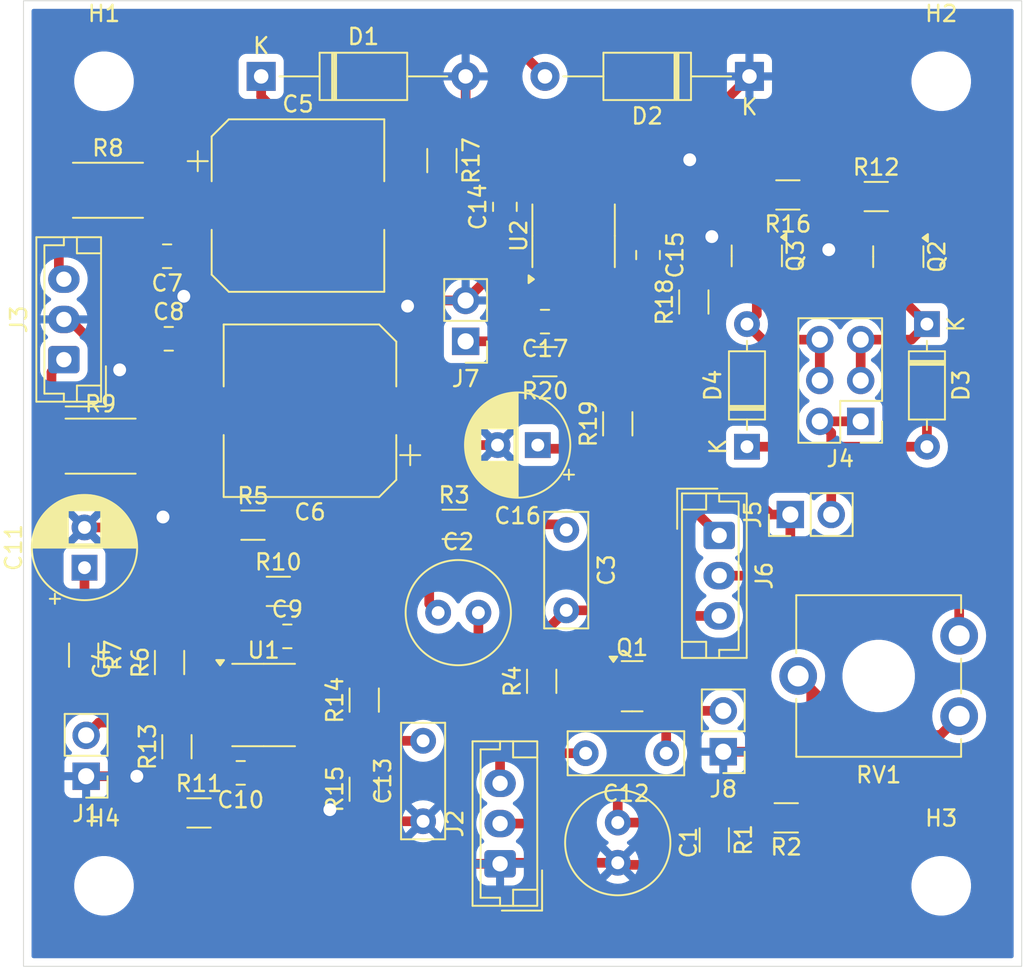
<source format=kicad_pcb>
(kicad_pcb (version 20240108) (generator "pcbnew") (generator_version "8.0")
  (layers (0 "F.Cu" signal) (31 "B.Cu" signal) (34 "B.Paste" user) (35 "F.Paste" user) (36 "B.SilkS" user "B.Silkscreen") (37 "F.SilkS" user "F.Silkscreen") (38 "B.Mask" user) (39 "F.Mask" user) (44 "Edge.Cuts" user))
  (net 0 "")
  (net 1 "Net-(Q1-S)")
  (net 2 "GND")
  (net 3 "Net-(J6-Pin_1)")
  (net 4 "Net-(Q1-D)")
  (net 5 "Net-(C3-Pad1)")
  (net 6 "Net-(Q1-G)")
  (net 7 "Net-(C4-Pad2)")
  (net 8 "Net-(U1A--)")
  (net 9 "+13V")
  (net 10 "-13V")
  (net 11 "Net-(U1C-V+)")
  (net 12 "Net-(U1C-V-)")
  (net 13 "Net-(C11-Pad1)")
  (net 14 "Net-(J2-Pin_2)")
  (net 15 "/MOD")
  (net 16 "Net-(U1B-+)")
  (net 17 "Net-(U2C-V+)")
  (net 18 "Net-(U2C-V-)")
  (net 19 "Net-(C16-Pad1)")
  (net 20 "Net-(J7-Pin_1)")
  (net 21 "Net-(U2A--)")
  (net 22 "Net-(D3-K)")
  (net 23 "Net-(D3-A)")
  (net 24 "Net-(D4-A)")
  (net 25 "/Input")
  (net 26 "/+1V")
  (net 27 "/-22V")
  (net 28 "/+22V")
  (net 29 "Net-(J5-Pin_1)")
  (net 30 "Net-(Q2-B)")
  (net 31 "Net-(Q3-B)")
  (net 32 "Net-(R2-Pad1)")
  (net 33 "Net-(U2B--)")
  (footprint "Capacitor_THT:C_Rect_L7.0mm_W2.5mm_P5.00mm" (layer "F.Cu") (at 83.82 150.9884 90)
    (property "Reference" "C13")
    (property "Value" "470n")
  )
  (footprint "Capacitor_SMD:CP_Elec_10x10.5" (layer "F.Cu") (at 76.0476 112.7252)
    (property "Reference" "C5")
    (property "Value" "330u")
  )
  (footprint "Resistor_SMD:R_1206_3216Metric_Pad1.30x1.75mm_HandSolder" (layer "F.Cu") (at 101.9048 152.146 -90)
    (property "Reference" "R1")
    (property "Value" "2k2")
  )
  (footprint "Diode_THT:D_A-405_P12.70mm_Horizontal" (layer "F.Cu") (at 104.0892 104.6988 180)
    (property "Reference" "D2")
    (property "Value" "13V")
  )
  (footprint "Diode_THT:D_A-405_P12.70mm_Horizontal" (layer "F.Cu") (at 73.7616 104.6988)
    (property "Reference" "D1")
    (property "Value" "13V")
  )
  (footprint "Resistor_SMD:R_1206_3216Metric_Pad1.30x1.75mm_HandSolder" (layer "F.Cu") (at 111.9632 112.1664)
    (property "Reference" "R12")
    (property "Value" "4k7")
  )
  (footprint "Resistor_SMD:R_2512_6332Metric_Pad1.40x3.35mm_HandSolder" (layer "F.Cu") (at 63.7889 127.6763)
    (property "Reference" "R9")
    (property "Value" "150")
  )
  (footprint "Capacitor_THT:C_Rect_L7.0mm_W2.5mm_P5.00mm" (layer "F.Cu") (at 92.71 132.882 -90)
    (property "Reference" "C3")
    (property "Value" "100n")
  )
  (footprint "Resistor_SMD:R_2512_6332Metric_Pad1.40x3.35mm_HandSolder" (layer "F.Cu") (at 64.2461 111.7759)
    (property "Reference" "R8")
    (property "Value" "150")
  )
  (footprint "Diode_THT:D_DO-35_SOD27_P7.62mm_Horizontal" (layer "F.Cu") (at 115.1128 120.0912 -90)
    (property "Reference" "D3")
    (property "Value" "1N4148")
  )
  (footprint "Resistor_SMD:R_1206_3216Metric_Pad1.30x1.75mm_HandSolder" (layer "F.Cu") (at 69.9008 150.4696)
    (property "Reference" "R11")
    (property "Value" "10")
  )
  (footprint "Resistor_SMD:R_1206_3216Metric_Pad1.30x1.75mm_HandSolder" (layer "F.Cu") (at 68.072 141.1224 90)
    (property "Reference" "R6")
    (property "Value" "7k5")
  )
  (footprint "Package_TO_SOT_SMD:SOT-23" (layer "F.Cu") (at 104.5464 115.8517 -90)
    (property "Reference" "Q3")
    (property "Value" "MMBT3906")
  )
  (footprint "Resistor_SMD:R_1206_3216Metric_Pad1.30x1.75mm_HandSolder" (layer "F.Cu") (at 80.1624 143.4592 90)
    (property "Reference" "R14")
    (property "Value" "120K")
  )
  (footprint "Capacitor_SMD:C_0805_2012Metric_Pad1.18x1.45mm_HandSolder" (layer "F.Cu") (at 72.4916 147.9804 180)
    (property "Reference" "C10")
    (property "Value" "100n")
  )
  (footprint "Resistor_SMD:R_1206_3216Metric_Pad1.30x1.75mm_HandSolder" (layer "F.Cu") (at 106.4768 112.0648 180)
    (property "Reference" "R16")
    (property "Value" "4k7")
  )
  (footprint "Capacitor_THT:CP_Radial_D6.3mm_P2.50mm" (layer "F.Cu") (at 90.9428 127.6096 180)
    (property "Reference" "C16")
    (property "Value" "2u2")
  )
  (footprint "Diode_THT:D_DO-35_SOD27_P7.62mm_Horizontal" (layer "F.Cu") (at 103.9368 127.7112 90)
    (property "Reference" "D4")
    (property "Value" "1N4148")
  )
  (footprint "Resistor_SMD:R_1206_3216Metric_Pad1.30x1.75mm_HandSolder" (layer "F.Cu") (at 91.186 142.2908 90)
    (property "Reference" "R4")
    (property "Value" "1M")
  )
  (footprint "Connector_PinHeader_2.54mm:PinHeader_2x03_P2.54mm_Vertical" (layer "F.Cu") (at 110.998 126.1364 180)
    (property "Reference" "J4")
    (property "Value" "Pot 10k x2")
  )
  (footprint "Resistor_SMD:R_1206_3216Metric_Pad1.30x1.75mm_HandSolder" (layer "F.Cu") (at 74.8284 136.7028)
    (property "Reference" "R10")
    (property "Value" "10")
  )
  (footprint "Capacitor_SMD:C_0805_2012Metric_Pad1.18x1.45mm_HandSolder" (layer "F.Cu") (at 97.79 115.8025 -90)
    (property "Reference" "C15")
    (property "Value" "100n")
  )
  (footprint "Resistor_SMD:R_1206_3216Metric_Pad1.30x1.75mm_HandSolder" (layer "F.Cu") (at 100.6348 118.7196 90)
    (property "Reference" "R18")
    (property "Value" "10")
  )
  (footprint "MountingHole:MountingHole_3.2mm_M3" (layer "F.Cu") (at 64 105)
    (property "Reference" "H1")
    (property "Value" "MountingHole")
  )
  (footprint "Connector_JST:JST_EH_B3B-EH-A_1x03_P2.50mm_Vertical" (layer "F.Cu") (at 61.5077 122.3023 90)
    (property "Reference" "J3")
    (property "Value" "PS")
  )
  (footprint "Connector_PinHeader_2.54mm:PinHeader_1x02_P2.54mm_Vertical" (layer "F.Cu") (at 102.4636 146.6646 180)
    (property "Reference" "J8")
    (property "Value" "Input")
  )
  (footprint "Resistor_SMD:R_1206_3216Metric_Pad1.30x1.75mm_HandSolder" (layer "F.Cu") (at 85.7504 132.5372)
    (property "Reference" "R3")
    (property "Value" "1M")
  )
  (footprint "Resistor_SMD:R_1206_3216Metric_Pad1.30x1.75mm_HandSolder" (layer "F.Cu") (at 91.3892 122.428 180)
    (property "Reference" "R20")
    (property "Value" "7k5")
  )
  (footprint "Capacitor_SMD:C_0805_2012Metric_Pad1.18x1.45mm_HandSolder" (layer "F.Cu") (at 91.3892 119.9388 180)
    (property "Reference" "C17")
    (property "Value" "220p")
  )
  (footprint "Connector_PinHeader_2.54mm:PinHeader_1x02_P2.54mm_Vertical" (layer "F.Cu") (at 86.4616 121.163 180)
    (property "Reference" "J7")
    (property "Value" "Output")
  )
  (footprint "Resistor_SMD:R_1206_3216Metric_Pad1.30x1.75mm_HandSolder" (layer "F.Cu") (at 68.5292 146.3548 90)
    (property "Reference" "R13")
    (property "Value" "120K")
  )
  (footprint "Connector_JST:JST_EH_B3B-EH-A_1x03_P2.50mm_Vertical" (layer "F.Cu") (at 88.6 153.63 90)
    (property "Reference" "J2")
    (property "Value" "10K Pot")
  )
  (footprint "Capacitor_THT:C_Rect_L7.0mm_W2.5mm_P5.00mm" (layer "F.Cu") (at 98.9184 146.7612 180)
    (property "Reference" "C12")
    (property "Value" "470n")
  )
  (footprint "Potentiometer_THT:Potentiometer_ACP_CA9-V10_Vertical_Hole" (layer "F.Cu") (at 117.1156 139.4602 180)
    (property "Reference" "RV1")
    (property "Value" "10k")
  )
  (footprint "Connector_PinHeader_2.54mm:PinHeader_1x02_P2.54mm_Vertical" (layer "F.Cu") (at 106.6292 131.9276 90)
    (property "Reference" "J5")
    (property "Value" "SW distortion")
  )
  (footprint "Capacitor_SMD:C_0805_2012Metric_Pad1.18x1.45mm_HandSolder" (layer "F.Cu") (at 65.532 141.1732 90)
    (property "Reference" "C4")
    (property "Value" "220p")
  )
  (footprint "Package_SO:SOIC-8_3.9x4.9mm_P1.27mm" (layer "F.Cu") (at 73.914 143.764)
    (property "Reference" "U1")
    (property "Value" "LM358")
  )
  (footprint "MountingHole:MountingHole_3.2mm_M3" (layer "F.Cu") (at 116 155)
    (property "Reference" "H3")
    (property "Value" "MountingHole")
  )
  (footprint "Package_TO_SOT_SMD:SOT-23" (layer "F.Cu") (at 113.3348 115.9025 -90)
    (property "Reference" "Q2")
    (property "Value" "MMBT3904")
  )
  (footprint "Capacitor_SMD:C_0805_2012Metric_Pad1.18x1.45mm_HandSolder" (layer "F.Cu") (at 88.9 112.8053 90)
    (property "Reference" "C14")
    (property "Value" "100n")
  )
  (footprint "Resistor_SMD:R_1206_3216Metric_Pad1.30x1.75mm_HandSolder" (layer "F.Cu") (at 73.2536 132.588)
    (property "Reference" "R5")
    (property "Value" "10k")
  )
  (footprint "Resistor_SMD:R_1206_3216Metric_Pad1.30x1.75mm_HandSolder" (layer "F.Cu") (at 106.3752 150.7744 180)
    (property "Reference" "R2")
    (property "Value" "4k7")
  )
  (footprint "Capacitor_THT:C_Radial_D6.3mm_H5.0mm_P2.50mm" (layer "F.Cu") (at 84.7544 138.0236)
    (property "Reference" "C2")
    (property "Value" "10u")
  )
  (footprint "Capacitor_SMD:C_0805_2012Metric_Pad1.18x1.45mm_HandSolder" (layer "F.Cu") (at 75.3872 139.4968)
    (property "Reference" "C9")
    (property "Value" "100n")
  )
  (footprint "Resistor_SMD:R_1206_3216Metric_Pad1.30x1.75mm_HandSolder" (layer "F.Cu") (at 62.738 140.6652 -90)
    (property "Reference" "R7")
    (property "Value" "15k")
  )
  (footprint "Resistor_SMD:R_1206_3216Metric_Pad1.30x1.75mm_HandSolder" (layer "F.Cu") (at 95.9104 126.2888 90)
    (property "Reference" "R19")
    (property "Value" "7k5")
  )
  (footprint "Package_TO_SOT_SMD:SOT-23" (layer "F.Cu") (at 96.8017 142.5956)
    (property "Reference" "Q1")
    (property "Value" "J309")
  )
  (footprint "Capacitor_SMD:CP_Elec_10x10.5" (layer "F.Cu") (at 76.7937 125.476 180)
    (property "Reference" "C6")
    (property "Value" "330u")
  )
  (footprint "Capacitor_THT:C_Radial_D6.3mm_H5.0mm_P2.50mm" (layer "F.Cu") (at 95.9104 151.0684 -90)
    (property "Reference" "C1")
    (property "Value" "100u")
  )
  (footprint "Connector_JST:JST_EH_B3B-EH-A_1x03_P2.50mm_Vertical" (layer "F.Cu") (at 102.2096 133.2268 -90)
    (property "Reference" "J6")
    (property "Value" "SW limiter")
  )
  (footprint "Resistor_SMD:R_1206_3216Metric_Pad1.30x1.75mm_HandSolder" (layer "F.Cu") (at 80.1624 148.9964 90)
    (property "Reference" "R15")
    (property "Value" "10k")
  )
  (footprint "Capacitor_SMD:C_0805_2012Metric_Pad1.18x1.45mm_HandSolder" (layer "F.Cu") (at 67.9196 115.8748 180)
    (property "Reference" "C7")
    (property "Value" "100n")
  )
  (footprint "MountingHole:MountingHole_3.2mm_M3" (layer "F.Cu") (at 64 155)
    (property "Reference" "H4")
    (property "Value" "MountingHole")
  )
  (footprint "Connector_PinHeader_2.54mm:PinHeader_1x02_P2.54mm_Vertical" (layer "F.Cu") (at 62.8904 148.1886 180)
    (property "Reference" "J1")
    (property "Value" "Input")
  )
  (footprint "Resistor_SMD:R_1206_3216Metric_Pad1.30x1.75mm_HandSolder" (layer "F.Cu") (at 84.9884 109.9312 -90)
    (property "Reference" "R17")
    (property "Value" "10")
  )
  (footprint "Package_SO:SO-8_3.9x4.9mm_P1.27mm" (layer "F.Cu") (at 93.1672 114.6048 90)
    (property "Reference" "U2")
    (property "Value" "LM358")
  )
  (footprint "Capacitor_SMD:C_0805_2012Metric_Pad1.18x1.45mm_HandSolder" (layer "F.Cu") (at 68.0212 121.0056)
    (property "Reference" "C8")
    (property "Value" "100n")
  )
  (footprint "MountingHole:MountingHole_3.2mm_M3" (layer "F.Cu") (at 116 105)
    (property "Reference" "H2")
    (property "Value" "MountingHole")
  )
  (footprint "Capacitor_THT:CP_Radial_D6.3mm_P2.50mm" (layer "F.Cu") (at 62.7888 135.2296 90)
    (property "Reference" "C11")
    (property "Value" "2u2")
  )
  (gr_rect (start 59 100) (end 121 160) (stroke (width 0.05)) (fill none) (layer "Edge.Cuts"))
  (segment (start 101.4324 151.0684) (end 101.9048 150.596) (width 0.6) (layer "F.Cu") (net 1))
  (segment (start 95.9104 151.0684) (end 101.4324 151.0684) (width 0.6) (layer "F.Cu") (net 1))
  (segment (start 95.8642 147.1214) (end 95.8642 143.5456) (width 0.6) (layer "F.Cu") (net 1))
  (segment (start 104.6468 150.596) (end 104.8252 150.7744) (width 0.6) (layer "F.Cu") (net 1))
  (segment (start 95.9104 151.0684) (end 95.9104 147.1676) (width 0.6) (layer "F.Cu") (net 1))
  (segment (start 101.9048 150.596) (end 104.6468 150.596) (width 0.6) (layer "F.Cu") (net 1))
  (segment (start 95.9104 147.1676) (end 95.8642 147.1214) (width 0.6) (layer "F.Cu") (net 1))
  (segment (start 106.3752 152.0952) (end 104.7744 153.696) (width 0.6) (layer "F.Cu") (net 2))
  (segment (start 95.9104 153.5684) (end 88.6616 153.5684) (width 0.6) (layer "F.Cu") (net 2))
  (segment (start 83.82 150.9884) (end 80.6044 150.9884) (width 0.6) (layer "F.Cu") (net 2))
  (segment (start 96.038 153.696) (end 95.9104 153.5684) (width 0.6) (layer "F.Cu") (net 2))
  (segment (start 68.9571 115.8748) (end 68.9571 118.364) (width 0.6) (layer "F.Cu") (net 2))
  (segment (start 78.0796 150.2664) (end 78.3596 150.5464) (width 0.6) (layer "F.Cu") (net 2))
  (segment (start 66.04 148.1886) (end 68.2454 148.1886) (width 0.6) (layer "F.Cu") (net 2))
  (segment (start 88.6 153.63) (end 79.208 153.63) (width 0.6) (layer "F.Cu") (net 2))
  (segment (start 67.6656 132.08) (end 67.5894 132.0038) (width 0.6) (layer "F.Cu") (net 2))
  (segment (start 95.0722 112.0298) (end 95.0722 112.0472) (width 0.6) (layer "F.Cu") (net 2))
  (segment (start 104.7546 146.6646) (end 106.3752 148.2852) (width 0.6) (layer "F.Cu") (net 2))
  (segment (start 86.4616 118.623) (end 83.2054 118.623) (width 0.6) (layer "F.Cu") (net 2))
  (segment (start 80.6044 150.9884) (end 80.1624 150.5464) (width 0.6) (layer "F.Cu") (net 2))
  (segment (start 88.4428 127.6096) (end 83.1273 127.6096) (width 0.6) (layer "F.Cu") (net 2))
  (segment (start 101.092 107.696) (end 101.092 109.1692) (width 0.6) (layer "F.Cu") (net 2))
  (segment (start 73.5291 141.3041) (end 73.5291 147.9804) (width 0.6) (layer "F.Cu") (net 2))
  (segment (start 101.092 109.1692) (end 100.3808 109.8804) (width 0.6) (layer "F.Cu") (net 2))
  (segment (start 67.0052 132.7404) (end 67.6656 132.08) (width 0.6) (layer "F.Cu") (net 2))
  (segment (start 104.7744 153.696) (end 101.9048 153.696) (width 0.6) (layer "F.Cu") (net 2))
  (segment (start 80.9937 125.476) (end 80.9937 118.9736) (width 0.6) (layer "F.Cu") (net 2))
  (segment (start 73.5291 147.9804) (end 75.3872 147.9804) (width 0.6) (layer "F.Cu") (net 2))
  (segment (start 80.9937 118.9736) (end 82.8548 118.9736) (width 0.6) (layer "F.Cu") (net 2))
  (segment (start 88.9 116.1846) (end 86.4616 118.623) (width 0.6) (layer "F.Cu") (net 2))
  (segment (start 69.0587 121.0056) (end 68.9571 120.904) (width 0.6) (layer "F.Cu") (net 2))
  (segment (start 90.5256 113.8428) (end 88.9 113.8428) (width 0.6) (layer "F.Cu") (net 2))
  (segment (start 62.8904 148.1886) (end 66.04 148.1886) (width 0.6) (layer "F.Cu") (net 2))
  (segment (start 101.9048 153.696) (end 96.038 153.696) (width 0.6) (layer "F.Cu") (net 2))
  (segment (start 68.9571 120.904) (end 68.9571 115.8748) (width 0.6) (layer "F.Cu") (net 2))
  (segment (start 102.011 114.9142) (end 101.7524 114.6556) (width 0.6) (layer "F.Cu") (net 2))
  (segment (start 77.6732 150.2664) (end 78.0288 150.2664) (width 0.6) (layer "F.Cu") (net 2))
  (segment (start 74.3497 139.4968) (end 74.3497 140.4835) (width 0.6) (layer "F.Cu") (net 2))
  (segment (start 100.3808 109.8804) (end 100.33 109.9312) (width 0.6) (layer "F.Cu") (net 2))
  (segment (start 74.3497 140.4835) (end 73.5291 141.3041) (width 0.6) (layer "F.Cu") (net 2))
  (segment (start 109.0676 115.4176) (end 109.0168 115.4684) (width 0.6) (layer "F.Cu") (net 2))
  (segment (start 97.79 114.765) (end 91.4478 114.765) (width 0.6) (layer "F.Cu") (net 2))
  (segment (start 68.2454 148.1886) (end 68.5292 147.9048) (width 0.6) (layer "F.Cu") (net 2))
  (segment (start 88.9 113.8428) (end 88.9 116.1846) (width 0.6) (layer "F.Cu") (net 2))
  (segment (start 95.0722 112.0472) (end 97.79 114.765) (width 0.6) (layer "F.Cu") (net 2))
  (segment (start 62.7888 132.7296) (end 63.9972 132.7296) (width 0.6) (layer "F.Cu") (net 2))
  (segment (start 112.3848 114.965) (end 111.9322 115.4176) (width 0.6) (layer "F.Cu") (net 2))
  (segment (start 109.6264 115.4176) (end 109.0676 115.4176) (width 0.6) (layer "F.Cu") (net 2))
  (segment (start 78.3596 150.5464) (end 80.1624 150.5464) (width 0.6) (layer "F.Cu") (net 2))
  (segment (start 101.643 114.765) (end 101.7524 114.6556) (width 0.6) (layer "F.Cu") (net 2))
  (segment (start 75.3872 147.9804) (end 77.6732 150.2664) (width 0.6) (layer "F.Cu") (net 2))
  (segment (start 83.1273 127.6096) (end 80.9937 125.476) (width 0.6) (layer "F.Cu") (net 2))
  (segment (start 64.9732 122.936) (end 61.8395 119.8023) (width 0.6) (layer "F.Cu") (net 2))
  (segment (start 80.9937 118.9736) (end 80.9937 113.4713) (width 0.6) (layer "F.Cu") (net 2))
  (segment (start 77.978 152.4) (end 77.978 150.3172) (width 0.6) (layer "F.Cu") (net 2))
  (segment (start 91.4478 114.765) (end 90.5256 113.8428) (width 0.6) (layer "F.Cu") (net 2))
  (segment (start 83.2054 118.623) (end 82.8548 118.9736) (width 0.6) (layer "F.Cu") (net 2))
  (segment (start 106.3752 148.2852) (end 106.3752 152.0952) (width 0.6) (layer "F.Cu") (net 2))
  (segment (start 64.008 132.7404) (end 67.0052 132.7404) (width 0.6) (layer "F.Cu") (net 2))
  (segment (start 79.208 153.63) (end 77.978 152.4) (width 0.6) (layer "F.Cu") (net 2))
  (segment (start 80.9937 113.4713) (end 80.2476 112.7252) (width 0.6) (layer "F.Cu") (net 2))
  (segment (start 86.4616 106.2736) (end 87.884 107.696) (width 0.6) (layer "F.Cu") (net 2))
  (segment (start 61.8395 119.8023) (end 61.5077 119.8023) (width 0.6) (layer "F.Cu") (net 2))
  (segment (start 97.79 114.765) (end 101.643 114.765) (width 0.6) (layer "F.Cu") (net 2))
  (segment (start 78.0288 150.2664) (end 78.0796 150.2664) (width 0.6) (layer "F.Cu") (net 2))
  (segment (start 86.4616 104.6988) (end 86.4616 106.2736) (width 0.6) (layer "F.Cu") (net 2))
  (segment (start 77.978 150.3172) (end 78.0288 150.2664) (width 0.6) (layer "F.Cu") (net 2))
  (segment (start 102.4636 146.6646) (end 104.7546 146.6646) (width 0.6) (layer "F.Cu") (net 2))
  (segment (start 103.5964 114.9142) (end 102.011 114.9142) (width 0.6) (layer "F.Cu") (net 2))
  (segment (start 101.092 107.696) (end 104.0892 104.6988) (width 0.6) (layer "F.Cu") (net 2))
  (segment (start 111.9322 115.4176) (end 109.6264 115.4176) (width 0.6) (layer "F.Cu") (net 2))
  (segment (start 87.884 107.696) (end 101.092 107.696) (width 0.6) (layer "F.Cu") (net 2))
  (segment (start 63.9972 132.7296) (end 64.008 132.7404) (width 0.6) (layer "F.Cu") (net 2))
  (segment (start 88.6616 153.5684) (end 88.6 153.63) (width 0.6) (layer "F.Cu") (net 2))
  (via (at 109.0168 115.4684) (size 2) (drill 0.8) (layers "F.Cu" "B.Cu") (net 2))
  (via (at 78.0288 150.2664) (size 2) (drill 0.8) (layers "F.Cu" "B.Cu") (net 2))
  (via (at 100.3808 109.8804) (size 2) (drill 0.8) (layers "F.Cu" "B.Cu") (net 2))
  (via (at 68.9571 118.364) (size 2) (drill 0.8) (layers "F.Cu" "B.Cu") (net 2))
  (via (at 66.04 148.1886) (size 2) (drill 0.8) (layers "F.Cu" "B.Cu") (net 2))
  (via (at 82.8548 118.9736) (size 2) (drill 0.8) (layers "F.Cu" "B.Cu") (net 2))
  (via (at 64.9732 122.936) (size 2) (drill 0.8) (layers "F.Cu" "B.Cu") (net 2))
  (via (at 67.6656 132.08) (size 2) (drill 0.8) (layers "F.Cu" "B.Cu") (net 2))
  (via (at 101.7524 114.6556) (size 2) (drill 0.8) (layers "F.Cu" "B.Cu") (net 2))
  (segment (start 85.1408 130.3528) (end 99.3356 130.3528) (width 0.6) (layer "F.Cu") (net 3))
  (segment (start 84.2004 132.5372) (end 74.8544 132.5372) (width 0.6) (layer "F.Cu") (net 3))
  (segment (start 84.2004 132.5372) (end 84.2004 131.2932) (width 0.6) (layer "F.Cu") (net 3))
  (segment (start 84.2004 137.4696) (end 84.7544 138.0236) (width 0.6) (layer "F.Cu") (net 3))
  (segment (start 84.2004 132.5372) (end 84.2004 137.4696) (width 0.6) (layer "F.Cu") (net 3))
  (segment (start 99.3356 130.3528) (end 102.2096 133.2268) (width 0.6) (layer "F.Cu") (net 3))
  (segment (start 84.2004 131.2932) (end 85.1408 130.3528) (width 0.6) (layer "F.Cu") (net 3))
  (segment (start 74.8544 132.5372) (end 74.8036 132.588) (width 0.6) (layer "F.Cu") (net 3))
  (segment (start 93.9292 141.6304) (end 93.9444 141.6456) (width 0.6) (layer "F.Cu") (net 4))
  (segment (start 88.7476 142.1892) (end 87.2544 140.696) (width 0.6) (layer "F.Cu") (net 4))
  (segment (start 87.2544 140.696) (end 87.2544 138.0236) (width 0.6) (layer "F.Cu") (net 4))
  (segment (start 93.9444 141.6456) (end 95.8642 141.6456) (width 0.6) (layer "F.Cu") (net 4))
  (segment (start 93.3704 142.1892) (end 88.7476 142.1892) (width 0.6) (layer "F.Cu") (net 4))
  (segment (start 93.9292 141.6304) (end 93.3704 142.1892) (width 0.6) (layer "F.Cu") (net 4))
  (segment (start 92.3652 132.5372) (end 92.71 132.882) (width 0.6) (layer "F.Cu") (net 5))
  (segment (start 87.3004 132.5372) (end 92.3652 132.5372) (width 0.6) (layer "F.Cu") (net 5))
  (segment (start 96.1244 137.882) (end 97.8408 139.5984) (width 0.6) (layer "F.Cu") (net 6))
  (segment (start 97.7392 141.3256) (end 97.7392 142.5956) (width 0.6) (layer "F.Cu") (net 6))
  (segment (start 97.8408 141.224) (end 97.7392 141.3256) (width 0.6) (layer "F.Cu") (net 6))
  (segment (start 97.8408 139.5984) (end 97.8408 141.224) (width 0.6) (layer "F.Cu") (net 6))
  (segment (start 91.186 139.406) (end 92.71 137.882) (width 0.6) (layer "F.Cu") (net 6))
  (segment (start 92.71 137.882) (end 96.1244 137.882) (width 0.6) (layer "F.Cu") (net 6))
  (segment (start 91.186 140.7408) (end 91.186 139.406) (width 0.6) (layer "F.Cu") (net 6))
  (segment (start 70.3586 141.859) (end 68.072 139.5724) (width 0.6) (layer "F.Cu") (net 7))
  (segment (start 71.439 141.859) (end 70.3586 141.859) (width 0.6) (layer "F.Cu") (net 7))
  (segment (start 68.072 139.5724) (end 68.072 136.0672) (width 0.6) (layer "F.Cu") (net 7))
  (segment (start 68.072 136.0672) (end 71.5512 132.588) (width 0.6) (layer "F.Cu") (net 7))
  (segment (start 66.0953 139.5724) (end 65.532 140.1357) (width 0.6) (layer "F.Cu") (net 7))
  (segment (start 68.072 139.5724) (end 66.0953 139.5724) (width 0.6) (layer "F.Cu") (net 7))
  (segment (start 67.6148 142.2152) (end 68.072 142.6724) (width 0.6) (layer "F.Cu") (net 8))
  (segment (start 62.738 142.2152) (end 67.6148 142.2152) (width 0.6) (layer "F.Cu") (net 8))
  (segment (start 68.5286 143.129) (end 68.072 142.6724) (width 0.6) (layer "F.Cu") (net 8))
  (segment (start 71.439 143.129) (end 68.5286 143.129) (width 0.6) (layer "F.Cu") (net 8))
  (segment (start 66.8821 115.8748) (end 66.8821 112.1899) (width 0.6) (layer "F.Cu") (net 9))
  (segment (start 84.9884 108.3812) (end 76.1916 108.3812) (width 0.6) (layer "F.Cu") (net 9))
  (segment (start 67.2961 111.7759) (end 70.8983 111.7759) (width 0.6) (layer "F.Cu") (net 9))
  (segment (start 73.7616 105.9512) (end 76.1916 108.3812) (width 0.6) (layer "F.Cu") (net 9))
  (segment (start 66.8821 112.1899) (end 67.2961 111.7759) (width 0.6) (layer "F.Cu") (net 9))
  (segment (start 80.1624 141.9092) (end 80.1624 135.89) (width 0.6) (layer "F.Cu") (net 9))
  (segment (start 73.2784 136.7028) (end 73.2784 133.6548) (width 0.6) (layer "F.Cu") (net 9))
  (segment (start 76.1916 108.3812) (end 71.8476 112.7252) (width 0.6) (layer "F.Cu") (net 9))
  (segment (start 73.2784 130.4804) (end 76.5556 127.2032) (width 0.6) (layer "F.Cu") (net 9))
  (segment (start 76.5556 127.2032) (end 76.5556 117.4332) (width 0.6) (layer "F.Cu") (net 9))
  (segment (start 70.8983 111.7759) (end 71.8476 112.7252) (width 0.6) (layer "F.Cu") (net 9))
  (segment (start 78.5876 134.3152) (end 73.2784 134.3152) (width 0.6) (layer "F.Cu") (net 9))
  (segment (start 73.2784 133.6548) (end 73.2784 130.4804) (width 0.6) (layer "F.Cu") (net 9))
  (segment (start 73.2784 134.3152) (end 73.2784 133.6548) (width 0.6) (layer "F.Cu") (net 9))
  (segment (start 73.7616 104.6988) (end 73.7616 105.9512) (width 0.6) (layer "F.Cu") (net 9))
  (segment (start 80.1624 135.89) (end 78.5876 134.3152) (width 0.6) (layer "F.Cu") (net 9))
  (segment (start 76.5556 117.4332) (end 71.8476 112.7252) (width 0.6) (layer "F.Cu") (net 9))
  (segment (start 65.2272 109.6264) (end 65.2272 119.2784) (width 0.6) (layer "F.Cu") (net 10))
  (segment (start 60.7568 149.8092) (end 60.7568 131.8768) (width 0.6) (layer "F.Cu") (net 10))
  (segment (start 100.6348 120.2696) (end 100.6348 122.8344) (width 0.6) (layer "F.Cu") (net 10))
  (segment (start 89.154 102.4636) (end 72.39 102.4636) (width 0.6) (layer "F.Cu") (net 10))
  (segment (start 69.0392 125.476) (end 69.596 125.476) (width 0.6) (layer "F.Cu") (net 10))
  (segment (start 91.3892 104.6988) (end 89.154 102.4636) (width 0.6) (layer "F.Cu") (net 10))
  (segment (start 65.2272 120.142) (end 66.8389 121.7537) (width 0.6) (layer "F.Cu") (net 10))
  (segment (start 60.7568 131.8768) (end 63.0428 129.5908) (width 0.6) (layer "F.Cu") (net 10))
  (segment (start 69.596 128.9812) (end 69.342 129.2352) (width 0.6) (layer "F.Cu") (net 10))
  (segment (start 66.8389 121.7537) (end 66.8389 127.6763) (width 0.6) (layer "F.Cu") (net 10))
  (segment (start 100.6348 122.8344) (end 101.1936 123.3932) (width 0.6) (layer "F.Cu") (net 10))
  (segment (start 72.39 102.4636) (end 65.2272 109.6264) (width 0.6) (layer "F.Cu") (net 10))
  (segment (start 69.596 125.476) (end 72.5937 125.476) (width 0.6) (layer "F.Cu") (net 10))
  (segment (start 63.0428 129.5908) (end 64.9244 129.5908) (width 0.6) (layer "F.Cu") (net 10))
  (segment (start 61.4172 150.4696) (end 60.7568 149.8092) (width 0.6) (layer "F.Cu") (net 10))
  (segment (start 65.2272 119.2784) (end 65.2272 120.142) (width 0.6) (layer "F.Cu") (net 10))
  (segment (start 66.8389 127.6763) (end 69.0392 125.476) (width 0.6) (layer "F.Cu") (net 10))
  (segment (start 69.596 125.476) (end 69.596 128.9812) (width 0.6) (layer "F.Cu") (net 10))
  (segment (start 64.9244 129.5908) (end 66.8389 127.6763) (width 0.6) (layer "F.Cu") (net 10))
  (segment (start 68.3508 150.4696) (end 61.4172 150.4696) (width 0.6) (layer "F.Cu") (net 10))
  (segment (start 76.3784 136.7028) (end 76.3784 139.4505) (width 0.6) (layer "F.Cu") (net 11))
  (segment (start 77.8256 136.7028) (end 78.6384 137.5156) (width 0.6) (layer "F.Cu") (net 11))
  (segment (start 76.3784 136.7028) (end 77.8256 136.7028) (width 0.6) (layer "F.Cu") (net 11))
  (segment (start 117.1156 139.4602) (end 117.1156 135.5052) (width 0.6) (layer "F.Cu") (net 11))
  (segment (start 76.3784 139.4505) (end 76.4247 139.4968) (width 0.6) (layer "F.Cu") (net 11))
  (segment (start 117.1156 135.5052) (end 116.4844 134.874) (width 0.6) (layer "F.Cu") (net 11))
  (segment (start 116.4844 134.874) (end 111.7092 134.874) (width 0.6) (layer "F.Cu") (net 11))
  (segment (start 76.4247 139.4968) (end 76.4247 141.8233) (width 0.6) (layer "F.Cu") (net 11))
  (segment (start 76.4247 141.8233) (end 76.389 141.859) (width 0.6) (layer "F.Cu") (net 11))
  (segment (start 71.6528 148.1791) (end 71.4541 147.9804) (width 0.6) (layer "F.Cu") (net 12))
  (segment (start 71.4541 145.6841) (end 71.439 145.669) (width 0.6) (layer "F.Cu") (net 12))
  (segment (start 71.4541 147.9804) (end 71.4541 145.6841) (width 0.6) (layer "F.Cu") (net 12))
  (segment (start 71.6528 151.0284) (end 71.6528 148.1791) (width 0.6) (layer "F.Cu") (net 12))
  (segment (start 62.7888 135.2296) (end 62.7888 139.0644) (width 0.6) (layer "F.Cu") (net 13))
  (segment (start 62.7888 139.0644) (end 62.738 139.1152) (width 0.6) (layer "F.Cu") (net 13))
  (segment (start 91.186 150.4696) (end 91.186 146.7104) (width 0.6) (layer "F.Cu") (net 14))
  (segment (start 93.9184 146.7612) (end 91.2368 146.7612) (width 0.6) (layer "F.Cu") (net 14))
  (segment (start 88.6 151.13) (end 90.5256 151.13) (width 0.6) (layer "F.Cu") (net 14))
  (segment (start 90.5256 151.13) (end 91.186 150.4696) (width 0.6) (layer "F.Cu") (net 14))
  (segment (start 91.2368 146.7612) (end 91.186 146.7104) (width 0.6) (layer "F.Cu") (net 14))
  (segment (start 91.186 146.7104) (end 91.186 143.8408) (width 0.6) (layer "F.Cu") (net 14))
  (segment (start 98.9184 145.1756) (end 99.9694 144.1246) (width 0.6) (layer "F.Cu") (net 15))
  (segment (start 98.9184 146.7612) (end 98.9184 145.1756) (width 0.6) (layer "F.Cu") (net 15))
  (segment (start 99.9694 144.1246) (end 102.4636 144.1246) (width 0.6) (layer "F.Cu") (net 15))
  (segment (start 79.5026 145.669) (end 80.1624 145.0092) (width 0.6) (layer "F.Cu") (net 16))
  (segment (start 80.1624 147.4464) (end 80.1624 145.0092) (width 0.6) (layer "F.Cu") (net 16))
  (segment (start 76.389 145.669) (end 79.5026 145.669) (width 0.6) (layer "F.Cu") (net 16))
  (segment (start 81.1416 145.9884) (end 80.1624 145.0092) (width 0.6) (layer "F.Cu") (net 16))
  (segment (start 83.82 145.9884) (end 81.1416 145.9884) (width 0.6) (layer "F.Cu") (net 16))
  (segment (start 89.162 112.0298) (end 88.9 111.7678) (width 0.6) (layer "F.Cu") (net 17))
  (segment (start 88.6134 111.4812) (end 88.9 111.7678) (width 0.6) (layer "F.Cu") (net 17))
  (segment (start 84.9884 111.4812) (end 88.6134 111.4812) (width 0.6) (layer "F.Cu") (net 17))
  (segment (start 91.2622 112.0298) (end 89.162 112.0298) (width 0.6) (layer "F.Cu") (net 17))
  (segment (start 97.4502 117.1798) (end 97.79 116.84) (width 0.6) (layer "F.Cu") (net 18))
  (segment (start 95.0722 117.1798) (end 97.4502 117.1798) (width 0.6) (layer "F.Cu") (net 18))
  (segment (start 98.1196 117.1696) (end 97.79 116.84) (width 0.6) (layer "F.Cu") (net 18))
  (segment (start 100.6348 117.1696) (end 98.1196 117.1696) (width 0.6) (layer "F.Cu") (net 18))
  (segment (start 91.172 127.8388) (end 90.9428 127.6096) (width 0.6) (layer "F.Cu") (net 19))
  (segment (start 95.9104 127.8388) (end 91.172 127.8388) (width 0.6) (layer "F.Cu") (net 19))
  (segment (start 86.4616 121.163) (end 88.5742 121.163) (width 0.6) (layer "F.Cu") (net 20))
  (segment (start 91.2622 117.1798) (end 91.2622 118.0846) (width 0.6) (layer "F.Cu") (net 20))
  (segment (start 90.3517 118.9951) (end 90.3517 119.9388) (width 0.6) (layer "F.Cu") (net 20))
  (segment (start 90.3517 119.9388) (end 90.3517 121.9155) (width 0.6) (layer "F.Cu") (net 20))
  (segment (start 88.5742 121.163) (end 89.8392 122.428) (width 0.6) (layer "F.Cu") (net 20))
  (segment (start 90.3517 121.9155) (end 89.8392 122.428) (width 0.6) (layer "F.Cu") (net 20))
  (segment (start 91.2622 118.0846) (end 90.3517 118.9951) (width 0.6) (layer "F.Cu") (net 20))
  (segment (start 95.25 124.7388) (end 92.9392 122.428) (width 0.6) (layer "F.Cu") (net 21))
  (segment (start 92.5322 122.021) (end 92.9392 122.428) (width 0.6) (layer "F.Cu") (net 21))
  (segment (start 95.9104 124.7388) (end 95.25 124.7388) (width 0.6) (layer "F.Cu") (net 21))
  (segment (start 92.5322 117.1798) (end 92.5322 122.021) (width 0.6) (layer "F.Cu") (net 21))
  (segment (start 114.1476 121.0564) (end 115.1128 120.0912) (width 0.6) (layer "F.Cu") (net 22))
  (segment (start 113.3348 116.84) (end 113.3348 118.3132) (width 0.6) (layer "F.Cu") (net 22))
  (segment (start 113.3348 118.3132) (end 115.1128 120.0912) (width 0.6) (layer "F.Cu") (net 22))
  (segment (start 110.998 123.5964) (end 110.998 121.0564) (width 0.6) (layer "F.Cu") (net 22))
  (segment (start 110.998 121.0564) (end 114.1476 121.0564) (width 0.6) (layer "F.Cu") (net 22))
  (segment (start 108.9152 127.7112) (end 109.1692 127.9652) (width 0.6) (layer "F.Cu") (net 23))
  (segment (start 116.9924 122.174) (end 116.9924 111.8108) (width 0.6) (layer "F.Cu") (net 23))
  (segment (start 110.998 126.1364) (end 108.458 126.1364) (width 0.6) (layer "F.Cu") (net 23))
  (segment (start 111.0996 109.8804) (end 110.4132 110.5668) (width 0.6) (layer "F.Cu") (net 23))
  (segment (start 115.062 109.8804) (end 111.0996 109.8804) (width 0.6) (layer "F.Cu") (net 23))
  (segment (start 110.4132 110.5668) (end 110.4132 112.1664) (width 0.6) (layer "F.Cu") (net 23))
  (segment (start 109.4232 127.7112) (end 115.1128 127.7112) (width 0.6) (layer "F.Cu") (net 23))
  (segment (start 115.1128 124.0536) (end 116.9924 122.174) (width 0.6) (layer "F.Cu") (net 23))
  (segment (start 109.1692 131.9276) (end 109.1692 127.9652) (width 0.6) (layer "F.Cu") (net 23))
  (segment (start 116.9924 111.8108) (end 115.062 109.8804) (width 0.6) (layer "F.Cu") (net 23))
  (segment (start 103.9368 127.7112) (end 108.9152 127.7112) (width 0.6) (layer "F.Cu") (net 23))
  (segment (start 109.1692 127.9652) (end 109.4232 127.7112) (width 0.6) (layer "F.Cu") (net 23))
  (segment (start 115.1128 127.7112) (end 115.1128 124.0536) (width 0.6) (layer "F.Cu") (net 23))
  (segment (start 110.3116 112.0648) (end 110.4132 112.1664) (width 0.6) (layer "F.Cu") (net 23))
  (segment (start 108.0268 112.0648) (end 110.3116 112.0648) (width 0.6) (layer "F.Cu") (net 23))
  (segment (start 109.1692 127.9652) (end 109.1692 126.8476) (width 0.6) (layer "F.Cu") (net 23))
  (segment (start 109.1692 126.8476) (end 108.458 126.1364) (width 0.6) (layer "F.Cu") (net 23))
  (segment (start 104.902 121.0564) (end 103.9368 120.0912) (width 0.6) (layer "F.Cu") (net 24))
  (segment (start 104.5464 119.4816) (end 103.9368 120.0912) (width 0.6) (layer "F.Cu") (net 24))
  (segment (start 108.458 123.5964) (end 108.458 121.0564) (width 0.6) (layer "F.Cu") (net 24))
  (segment (start 108.458 121.0564) (end 104.902 121.0564) (width 0.6) (layer "F.Cu") (net 24))
  (segment (start 104.5464 116.7892) (end 104.5464 119.4816) (width 0.6) (layer "F.Cu") (net 24))
  (segment (start 97.8408 136.9568) (end 97.8408 132.7912) (width 0.6) (layer "F.Cu") (net 25))
  (segment (start 65.532 145.9992) (end 65.4812 146.05) (width 0.6) (layer "F.Cu") (net 25))
  (segment (start 102.2096 138.2268) (end 99.1108 138.2268) (width 0.6) (layer "F.Cu") (net 25))
  (segment (start 65.532 144.8556) (end 63.6834 144.8556) (width 0.6) (layer "F.Cu") (net 25))
  (segment (start 99.1108 138.2268) (end 97.8408 136.9568) (width 0.6) (layer "F.Cu") (net 25))
  (segment (start 67.8174 144.399) (end 67.3608 144.8556) (width 0.6) (layer "F.Cu") (net 25))
  (segment (start 65.532 144.8556) (end 65.532 145.9992) (width 0.6) (layer "F.Cu") (net 25))
  (segment (start 63.6834 144.8556) (end 62.8904 145.6486) (width 0.6) (layer "F.Cu") (net 25))
  (segment (start 71.439 144.399) (end 67.8174 144.399) (width 0.6) (layer "F.Cu") (net 25))
  (segment (start 67.3608 144.8556) (end 65.532 144.8556) (width 0.6) (layer "F.Cu") (net 25))
  (segment (start 86.36 143.4592) (end 76.7192 143.4592) (width 0.6) (layer "F.Cu") (net 26))
  (segment (start 88.6 145.6992) (end 86.36 143.4592) (width 0.6) (layer "F.Cu") (net 26))
  (segment (start 76.7192 143.4592) (end 76.389 143.129) (width 0.6) (layer "F.Cu") (net 26))
  (segment (start 76.389 144.399) (end 76.389 143.129) (width 0.6) (layer "F.Cu") (net 26))
  (segment (start 88.6 148.63) (end 88.6 145.6992) (width 0.6) (layer "F.Cu") (net 26))
  (segment (start 60.7389 123.0711) (end 61.5077 122.3023) (width 0.6) (layer "F.Cu") (net 27))
  (segment (start 60.7389 127.6763) (end 60.7389 123.0711) (width 0.6) (layer "F.Cu") (net 27))
  (segment (start 61.1961 111.7759) (end 61.1961 116.9907) (width 0.6) (layer "F.Cu") (net 28))
  (segment (start 61.1961 116.9907) (end 61.5077 117.3023) (width 0.6) (layer "F.Cu") (net 28))
  (segment (start 105.624 135.7268) (end 102.2096 135.7268) (width 0.6) (layer "F.Cu") (net 29))
  (segment (start 106.6292 134.7216) (end 105.624 135.7268) (width 0.6) (layer "F.Cu") (net 29))
  (segment (start 93.7768 118.618) (end 93.8022 118.5926) (width 0.6) (layer "F.Cu") (net 29))
  (segment (start 102.2096 130.2004) (end 99.6696 127.6604) (width 0.6) (layer "F.Cu") (net 29))
  (segment (start 99.6696 124.5108) (end 93.7768 118.618) (width 0.6) (layer "F.Cu") (net 29))
  (segment (start 106.6292 131.9276) (end 105.41 131.9276) (width 0.6) (layer "F.Cu") (net 29))
  (segment (start 105.41 131.9276) (end 103.6828 130.2004) (width 0.6) (layer "F.Cu") (net 29))
  (segment (start 106.6292 131.9276) (end 106.6292 134.7216) (width 0.6) (layer "F.Cu") (net 29))
  (segment (start 93.8022 118.5926) (end 93.8022 117.1798) (width 0.6) (layer "F.Cu") (net 29))
  (segment (start 99.6696 127.6604) (end 99.6696 124.5108) (width 0.6) (layer "F.Cu") (net 29))
  (segment (start 103.6828 130.2004) (end 102.2096 130.2004) (width 0.6) (layer "F.Cu") (net 29))
  (segment (start 114.2848 112.938) (end 113.5132 112.1664) (width 0.6) (layer "F.Cu") (net 30))
  (segment (start 114.2848 114.965) (end 114.2848 112.938) (width 0.6) (layer "F.Cu") (net 30))
  (segment (start 105.4964 114.9142) (end 105.4964 112.6344) (width 0.6) (layer "F.Cu") (net 31))
  (segment (start 105.4964 112.6344) (end 104.9268 112.0648) (width 0.6) (layer "F.Cu") (net 31))
  (segment (start 107.1156 141.9602) (end 110.785599 145.630199) (width 0.6) (layer "F.Cu") (net 32))
  (segment (start 110.785599 145.630199) (end 115.945601 145.630199) (width 0.6) (layer "F.Cu") (net 32))
  (segment (start 107.9252 142.7698) (end 107.1156 141.9602) (width 0.6) (layer "F.Cu") (net 32))
  (segment (start 107.9252 150.7744) (end 107.9252 142.7698) (width 0.6) (layer "F.Cu") (net 32))
  (segment (start 115.945601 145.630199) (end 117.1156 144.4602) (width 0.6) (layer "F.Cu") (net 32))
  (segment (start 92.8624 109.4232) (end 93.3704 109.4232) (width 0.6) (layer "F.Cu") (net 33))
  (segment (start 93.8022 109.855) (end 93.8022 112.0298) (width 0.6) (layer "F.Cu") (net 33))
  (segment (start 93.3704 109.4232) (end 93.8022 109.855) (width 0.6) (layer "F.Cu") (net 33))
  (segment (start 92.5322 112.0298) (end 92.5322 109.7534) (width 0.6) (layer "F.Cu") (net 33))
  (segment (start 92.5322 109.7534) (end 92.8624 109.4232) (width 0.6) (layer "F.Cu") (net 33))
  (zone (net 2) (net_name "GND") (layer "B.Cu") (connect_pads (clearance 0.5)) (min_thickness 0.25) (fill yes (thermal_gap 0.5) (thermal_bridge_width 0.5))
    (polygon (pts (xy 59 100) (xy 121 100) (xy 121 160) (xy 59 160)))
  )
)
</source>
